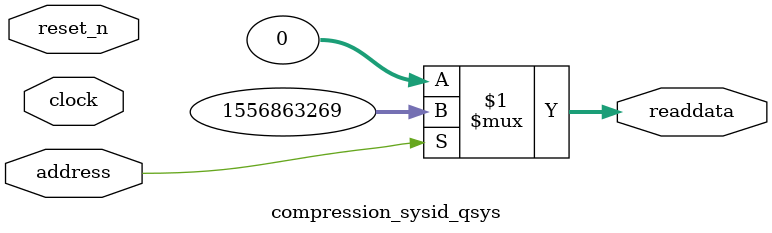
<source format=v>



// synthesis translate_off
`timescale 1ns / 1ps
// synthesis translate_on

// turn off superfluous verilog processor warnings 
// altera message_level Level1 
// altera message_off 10034 10035 10036 10037 10230 10240 10030 

module compression_sysid_qsys (
               // inputs:
                address,
                clock,
                reset_n,

               // outputs:
                readdata
             )
;

  output  [ 31: 0] readdata;
  input            address;
  input            clock;
  input            reset_n;

  wire    [ 31: 0] readdata;
  //control_slave, which is an e_avalon_slave
  assign readdata = address ? 1556863269 : 0;

endmodule



</source>
